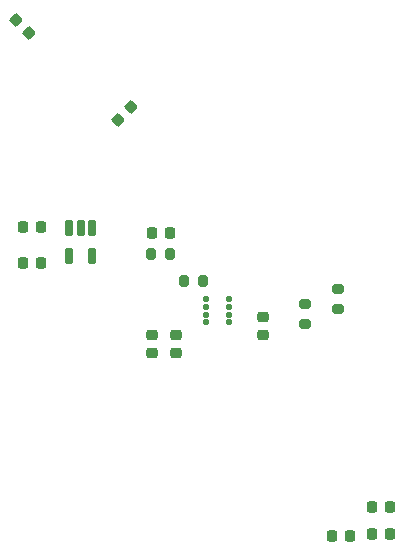
<source format=gbr>
%TF.GenerationSoftware,KiCad,Pcbnew,9.0.0*%
%TF.CreationDate,2026-02-03T13:11:21-06:00*%
%TF.ProjectId,FiltSure Prototype Three,46696c74-5375-4726-9520-50726f746f74,rev?*%
%TF.SameCoordinates,Original*%
%TF.FileFunction,Paste,Bot*%
%TF.FilePolarity,Positive*%
%FSLAX46Y46*%
G04 Gerber Fmt 4.6, Leading zero omitted, Abs format (unit mm)*
G04 Created by KiCad (PCBNEW 9.0.0) date 2026-02-03 13:11:21*
%MOMM*%
%LPD*%
G01*
G04 APERTURE LIST*
G04 Aperture macros list*
%AMRoundRect*
0 Rectangle with rounded corners*
0 $1 Rounding radius*
0 $2 $3 $4 $5 $6 $7 $8 $9 X,Y pos of 4 corners*
0 Add a 4 corners polygon primitive as box body*
4,1,4,$2,$3,$4,$5,$6,$7,$8,$9,$2,$3,0*
0 Add four circle primitives for the rounded corners*
1,1,$1+$1,$2,$3*
1,1,$1+$1,$4,$5*
1,1,$1+$1,$6,$7*
1,1,$1+$1,$8,$9*
0 Add four rect primitives between the rounded corners*
20,1,$1+$1,$2,$3,$4,$5,0*
20,1,$1+$1,$4,$5,$6,$7,0*
20,1,$1+$1,$6,$7,$8,$9,0*
20,1,$1+$1,$8,$9,$2,$3,0*%
G04 Aperture macros list end*
%ADD10RoundRect,0.225000X-0.335876X-0.017678X-0.017678X-0.335876X0.335876X0.017678X0.017678X0.335876X0*%
%ADD11RoundRect,0.056250X-0.188750X-0.168750X0.188750X-0.168750X0.188750X0.168750X-0.188750X0.168750X0*%
%ADD12RoundRect,0.225000X0.250000X-0.225000X0.250000X0.225000X-0.250000X0.225000X-0.250000X-0.225000X0*%
%ADD13RoundRect,0.225000X0.225000X0.250000X-0.225000X0.250000X-0.225000X-0.250000X0.225000X-0.250000X0*%
%ADD14RoundRect,0.200000X0.275000X-0.200000X0.275000X0.200000X-0.275000X0.200000X-0.275000X-0.200000X0*%
%ADD15RoundRect,0.225000X-0.250000X0.225000X-0.250000X-0.225000X0.250000X-0.225000X0.250000X0.225000X0*%
%ADD16RoundRect,0.225000X-0.225000X-0.250000X0.225000X-0.250000X0.225000X0.250000X-0.225000X0.250000X0*%
%ADD17RoundRect,0.200000X-0.200000X-0.275000X0.200000X-0.275000X0.200000X0.275000X-0.200000X0.275000X0*%
%ADD18RoundRect,0.225000X0.017678X-0.335876X0.335876X-0.017678X-0.017678X0.335876X-0.335876X0.017678X0*%
%ADD19RoundRect,0.045000X-0.255000X0.630000X-0.255000X-0.630000X0.255000X-0.630000X0.255000X0.630000X0*%
G04 APERTURE END LIST*
D10*
%TO.C,R5*%
X101661592Y-77070592D03*
X102757608Y-78166608D03*
%TD*%
D11*
%TO.C,U5*%
X119643600Y-102682600D03*
X119643600Y-102032600D03*
X119643600Y-101382600D03*
X119643600Y-100732600D03*
X117703600Y-100732600D03*
X117703600Y-101382600D03*
X117703600Y-102032600D03*
X117703600Y-102682600D03*
%TD*%
D12*
%TO.C,R4*%
X122529600Y-103793600D03*
X122529600Y-102243600D03*
%TD*%
D13*
%TO.C,R6*%
X129908600Y-120798600D03*
X128358600Y-120798600D03*
%TD*%
D14*
%TO.C,R12*%
X128879600Y-101557600D03*
X128879600Y-99907600D03*
%TD*%
D15*
%TO.C,R5*%
X115163600Y-103767600D03*
X115163600Y-105317600D03*
%TD*%
D13*
%TO.C,C7*%
X133312200Y-118305600D03*
X131762200Y-118305600D03*
%TD*%
D15*
%TO.C,C4*%
X113131600Y-103767600D03*
X113131600Y-105317600D03*
%TD*%
D16*
%TO.C,Green1*%
X113118600Y-95144600D03*
X114668600Y-95144600D03*
%TD*%
D13*
%TO.C,R4*%
X133312200Y-120591600D03*
X131762200Y-120591600D03*
%TD*%
D17*
%TO.C,R3*%
X113068600Y-96922600D03*
X114718600Y-96922600D03*
%TD*%
D13*
%TO.C,C5*%
X103746600Y-97684600D03*
X102196600Y-97684600D03*
%TD*%
D14*
%TO.C,R11*%
X126085600Y-102827600D03*
X126085600Y-101177600D03*
%TD*%
D18*
%TO.C,R7*%
X110297592Y-85532608D03*
X111393608Y-84436592D03*
%TD*%
D17*
%TO.C,R10*%
X115862600Y-99208600D03*
X117512600Y-99208600D03*
%TD*%
D19*
%TO.C,U3*%
X106151600Y-94721600D03*
X107101600Y-94721600D03*
X108051600Y-94721600D03*
X108051600Y-97091600D03*
X106151600Y-97091600D03*
%TD*%
D13*
%TO.C,C6*%
X103746600Y-94636600D03*
X102196600Y-94636600D03*
%TD*%
M02*

</source>
